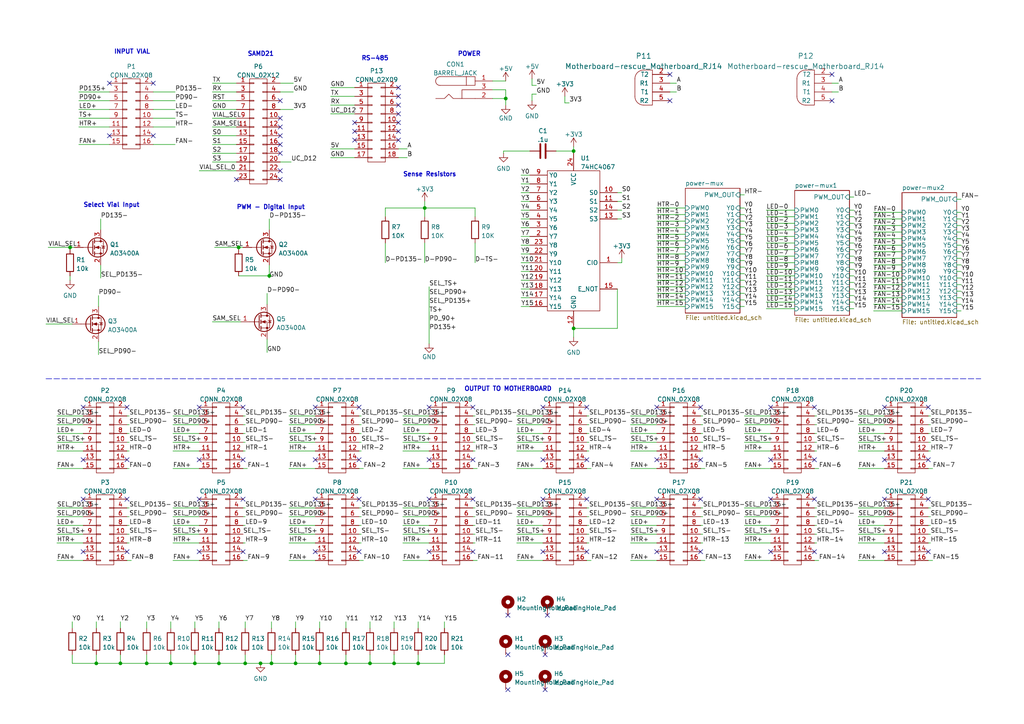
<source format=kicad_sch>
(kicad_sch (version 20211123) (generator eeschema)
  (paper "A4")
  (junction (at 75.565 192.405))
  (junction (at 92.71 192.405))
  (junction (at 71.12 192.405))
  (junction (at 49.53 192.405))
  (junction (at 27.94 192.405))
  (junction (at 78.105 80.01))
  (junction (at 63.5 192.405))
  (junction (at 121.285 192.405))
  (junction (at 34.925 192.405))
  (junction (at 56.515 192.405))
  (junction (at 166.37 43.815))
  (junction (at 85.725 192.405))
  (junction (at 20.32 71.755))
  (junction (at 107.315 192.405))
  (junction (at 123.19 60.325))
  (junction (at 78.74 192.405))
  (junction (at 166.37 95.25))
  (junction (at 100.33 192.405))
  (junction (at 42.545 192.405))
  (junction (at 146.685 28.575))
  (junction (at 114.3 192.405))
  (junction (at -22.86 92.075))
  (junction (at 69.215 71.755))
  (no_connect (at 170.18 160.02))
  (no_connect (at 223.52 133.35))
  (no_connect (at 236.22 133.35))
  (no_connect (at 170.18 144.78))
  (no_connect (at 157.48 160.02))
  (no_connect (at 157.48 144.78))
  (no_connect (at 236.22 118.11))
  (no_connect (at 223.52 118.11))
  (no_connect (at 124.46 144.78))
  (no_connect (at 124.46 160.02))
  (no_connect (at 115.57 40.64))
  (no_connect (at 115.57 38.1))
  (no_connect (at 115.57 35.56))
  (no_connect (at 115.57 33.02))
  (no_connect (at 115.57 30.48))
  (no_connect (at 115.57 27.94))
  (no_connect (at 115.57 25.4))
  (no_connect (at 81.28 29.21))
  (no_connect (at 81.28 44.45))
  (no_connect (at 81.28 41.91))
  (no_connect (at 81.28 39.37))
  (no_connect (at 81.28 36.83))
  (no_connect (at 81.28 34.29))
  (no_connect (at 44.45 24.13))
  (no_connect (at 44.45 39.37))
  (no_connect (at 31.75 24.13))
  (no_connect (at 31.75 39.37))
  (no_connect (at 81.28 52.07))
  (no_connect (at 81.28 49.53))
  (no_connect (at 102.87 35.56))
  (no_connect (at 102.87 38.1))
  (no_connect (at 102.87 40.64))
  (no_connect (at 70.485 133.35))
  (no_connect (at 57.785 118.11))
  (no_connect (at 70.485 118.11))
  (no_connect (at 91.44 118.11))
  (no_connect (at 24.13 118.11))
  (no_connect (at 36.83 118.11))
  (no_connect (at 24.13 133.35))
  (no_connect (at 36.83 133.35))
  (no_connect (at 57.785 133.35))
  (no_connect (at 104.14 118.11))
  (no_connect (at 91.44 133.35))
  (no_connect (at 104.14 133.35))
  (no_connect (at 124.46 133.35))
  (no_connect (at 194.31 21.59))
  (no_connect (at 158.115 200.025))
  (no_connect (at 158.75 178.435))
  (no_connect (at 147.32 178.435))
  (no_connect (at 147.32 189.865))
  (no_connect (at 158.115 189.865))
  (no_connect (at 137.16 144.78))
  (no_connect (at 137.16 160.02))
  (no_connect (at 241.3 21.59))
  (no_connect (at 241.3 29.21))
  (no_connect (at 147.32 200.025))
  (no_connect (at 170.18 133.35))
  (no_connect (at 190.5 118.11))
  (no_connect (at 170.18 118.11))
  (no_connect (at 124.46 118.11))
  (no_connect (at 137.16 118.11))
  (no_connect (at 137.16 133.35))
  (no_connect (at 157.48 118.11))
  (no_connect (at 157.48 133.35))
  (no_connect (at 57.785 144.78))
  (no_connect (at 24.13 144.78))
  (no_connect (at 36.83 144.78))
  (no_connect (at 70.485 144.78))
  (no_connect (at 91.44 144.78))
  (no_connect (at 104.14 144.78))
  (no_connect (at 57.785 160.02))
  (no_connect (at 70.485 160.02))
  (no_connect (at 269.24 133.35))
  (no_connect (at 190.5 133.35))
  (no_connect (at 203.2 133.35))
  (no_connect (at 256.54 133.35))
  (no_connect (at 203.2 118.11))
  (no_connect (at 256.54 118.11))
  (no_connect (at 269.24 118.11))
  (no_connect (at 24.13 160.02))
  (no_connect (at 36.83 160.02))
  (no_connect (at 91.44 160.02))
  (no_connect (at 104.14 160.02))
  (no_connect (at 190.5 144.78))
  (no_connect (at 256.54 144.78))
  (no_connect (at 223.52 144.78))
  (no_connect (at 236.22 160.02))
  (no_connect (at 223.52 160.02))
  (no_connect (at 236.22 144.78))
  (no_connect (at 256.54 160.02))
  (no_connect (at 203.2 144.78))
  (no_connect (at 190.5 160.02))
  (no_connect (at 203.2 160.02))
  (no_connect (at 269.24 144.78))
  (no_connect (at 269.24 160.02))
  (no_connect (at 68.58 52.07))
  (no_connect (at 194.31 29.21))
  (wire (pts (xy 50.165 149.86) (xy 57.785 149.86)))
  (wire (pts (xy 163.83 29.845) (xy 165.1 29.845)))
  (wire (pts (xy 62.23 71.755) (xy 69.215 71.755)))
  (wire (pts (xy -59.69 139.7) (xy -47.625 139.7)))
  (wire (pts (xy 246.38 62.865) (xy 247.65 62.865)))
  (wire (pts (xy 182.88 157.48) (xy 190.5 157.48)))
  (wire (pts (xy 83.82 147.32) (xy 91.44 147.32)))
  (wire (pts (xy 71.12 180.34) (xy 71.12 182.245)))
  (wire (pts (xy 269.24 147.32) (xy 269.875 147.32)))
  (wire (pts (xy 42.545 180.34) (xy 42.545 182.245)))
  (wire (pts (xy 154.305 27.305) (xy 155.575 27.305)))
  (wire (pts (xy 149.86 135.89) (xy 157.48 135.89)))
  (wire (pts (xy 115.57 43.18) (xy 118.11 43.18)))
  (wire (pts (xy 214.63 60.325) (xy 215.9 60.325)))
  (wire (pts (xy 203.2 147.32) (xy 203.835 147.32)))
  (wire (pts (xy 222.25 70.485) (xy 230.505 70.485)))
  (wire (pts (xy 104.14 128.27) (xy 104.775 128.27)))
  (wire (pts (xy -22.86 92.075) (xy -21.59 92.075)))
  (wire (pts (xy 203.2 162.56) (xy 204.47 162.56)))
  (wire (pts (xy 36.83 147.32) (xy 37.465 147.32)))
  (wire (pts (xy 121.285 189.865) (xy 121.285 192.405)))
  (wire (pts (xy 215.9 152.4) (xy 223.52 152.4)))
  (wire (pts (xy 179.07 55.88) (xy 180.34 55.88)))
  (wire (pts (xy 95.885 25.4) (xy 102.87 25.4)))
  (wire (pts (xy 241.3 24.13) (xy 243.205 24.13)))
  (wire (pts (xy 154.305 24.765) (xy 155.575 24.765)))
  (wire (pts (xy 277.495 63.5) (xy 278.765 63.5)))
  (wire (pts (xy 182.88 147.32) (xy 190.5 147.32)))
  (wire (pts (xy 236.22 123.19) (xy 236.855 123.19)))
  (wire (pts (xy 215.9 120.65) (xy 223.52 120.65)))
  (wire (pts (xy 83.82 162.56) (xy 91.44 162.56)))
  (wire (pts (xy 236.22 128.27) (xy 236.855 128.27)))
  (wire (pts (xy 57.785 49.53) (xy 68.58 49.53)))
  (wire (pts (xy 179.07 60.96) (xy 180.34 60.96)))
  (wire (pts (xy 222.25 62.865) (xy 230.505 62.865)))
  (wire (pts (xy 215.9 162.56) (xy 223.52 162.56)))
  (wire (pts (xy 92.71 192.405) (xy 85.725 192.405)))
  (wire (pts (xy 214.63 73.66) (xy 215.9 73.66)))
  (wire (pts (xy 253.365 71.12) (xy 261.62 71.12)))
  (wire (pts (xy 246.38 85.725) (xy 247.65 85.725)))
  (wire (pts (xy 36.83 157.48) (xy 37.465 157.48)))
  (wire (pts (xy 214.63 86.995) (xy 215.9 86.995)))
  (wire (pts (xy 170.18 135.89) (xy 171.45 135.89)))
  (wire (pts (xy 123.19 70.485) (xy 123.19 76.2)))
  (wire (pts (xy 170.18 120.65) (xy 170.815 120.65)))
  (wire (pts (xy 115.57 45.72) (xy 118.11 45.72)))
  (wire (pts (xy 236.22 135.89) (xy 237.49 135.89)))
  (wire (pts (xy 36.83 135.89) (xy 37.465 135.89)))
  (wire (pts (xy 107.315 189.865) (xy 107.315 192.405)))
  (wire (pts (xy 222.25 66.675) (xy 230.505 66.675)))
  (wire (pts (xy 215.9 157.48) (xy 223.52 157.48)))
  (wire (pts (xy 182.88 123.19) (xy 190.5 123.19)))
  (wire (pts (xy 248.92 128.27) (xy 256.54 128.27)))
  (wire (pts (xy 137.16 125.73) (xy 137.795 125.73)))
  (wire (pts (xy 236.22 152.4) (xy 236.855 152.4)))
  (wire (pts (xy 246.38 78.105) (xy 247.65 78.105)))
  (wire (pts (xy 222.25 72.39) (xy 230.505 72.39)))
  (wire (pts (xy 248.92 154.94) (xy 256.54 154.94)))
  (wire (pts (xy 116.84 152.4) (xy 124.46 152.4)))
  (wire (pts (xy 44.45 31.75) (xy 50.8 31.75)))
  (wire (pts (xy 222.25 60.96) (xy 230.505 60.96)))
  (wire (pts (xy 16.51 157.48) (xy 24.13 157.48)))
  (wire (pts (xy 22.86 34.29) (xy 31.75 34.29)))
  (wire (pts (xy 246.38 87.63) (xy 247.65 87.63)))
  (wire (pts (xy 215.9 125.73) (xy 223.52 125.73)))
  (wire (pts (xy 277.495 65.405) (xy 278.765 65.405)))
  (wire (pts (xy 78.105 76.835) (xy 78.105 80.01)))
  (wire (pts (xy 95.885 30.48) (xy 102.87 30.48)))
  (wire (pts (xy 70.485 125.73) (xy 71.12 125.73)))
  (wire (pts (xy 123.19 60.325) (xy 123.19 62.865)))
  (wire (pts (xy 100.33 192.405) (xy 92.71 192.405)))
  (wire (pts (xy 16.51 149.86) (xy 24.13 149.86)))
  (wire (pts (xy 269.24 152.4) (xy 269.875 152.4)))
  (wire (pts (xy 222.25 68.58) (xy 230.505 68.58)))
  (wire (pts (xy 61.595 36.83) (xy 68.58 36.83)))
  (wire (pts (xy 246.38 66.675) (xy 247.65 66.675)))
  (wire (pts (xy 248.92 125.73) (xy 256.54 125.73)))
  (wire (pts (xy 222.25 87.63) (xy 230.505 87.63)))
  (wire (pts (xy 20.955 180.34) (xy 20.955 182.245)))
  (wire (pts (xy 123.19 60.325) (xy 137.795 60.325)))
  (wire (pts (xy 151.13 73.66) (xy 153.67 73.66)))
  (wire (pts (xy 149.86 120.65) (xy 157.48 120.65)))
  (wire (pts (xy 269.24 162.56) (xy 270.51 162.56)))
  (wire (pts (xy 277.495 86.36) (xy 278.765 86.36)))
  (wire (pts (xy 277.495 84.455) (xy 278.765 84.455)))
  (wire (pts (xy 277.495 57.785) (xy 278.765 57.785)))
  (wire (pts (xy 246.38 60.96) (xy 247.65 60.96)))
  (wire (pts (xy 248.92 162.56) (xy 256.54 162.56)))
  (wire (pts (xy 116.84 120.65) (xy 124.46 120.65)))
  (wire (pts (xy 36.83 125.73) (xy 37.465 125.73)))
  (wire (pts (xy 151.13 55.88) (xy 153.67 55.88)))
  (wire (pts (xy 277.495 69.215) (xy 278.765 69.215)))
  (wire (pts (xy 70.485 162.56) (xy 71.755 162.56)))
  (wire (pts (xy 16.51 135.89) (xy 24.13 135.89)))
  (wire (pts (xy 34.925 189.865) (xy 34.925 192.405)))
  (wire (pts (xy 214.63 56.515) (xy 215.9 56.515)))
  (wire (pts (xy 63.5 192.405) (xy 71.12 192.405)))
  (wire (pts (xy 236.22 120.65) (xy 236.855 120.65)))
  (wire (pts (xy 154.305 29.21) (xy 154.305 27.305)))
  (wire (pts (xy 151.13 53.34) (xy 153.67 53.34)))
  (wire (pts (xy 253.365 84.455) (xy 261.62 84.455)))
  (wire (pts (xy 22.86 29.21) (xy 31.75 29.21)))
  (wire (pts (xy 116.84 123.19) (xy 124.46 123.19)))
  (wire (pts (xy 128.905 189.865) (xy 128.905 192.405)))
  (wire (pts (xy 63.5 180.34) (xy 63.5 182.245)))
  (wire (pts (xy 61.595 41.91) (xy 68.58 41.91)))
  (wire (pts (xy 13.97 71.755) (xy 20.32 71.755)))
  (wire (pts (xy 277.495 71.12) (xy 278.765 71.12)))
  (wire (pts (xy 149.86 128.27) (xy 157.48 128.27)))
  (wire (pts (xy 104.14 130.81) (xy 104.775 130.81)))
  (wire (pts (xy 20.955 189.865) (xy 20.955 192.405)))
  (wire (pts (xy 50.165 157.48) (xy 57.785 157.48)))
  (wire (pts (xy 16.51 162.56) (xy 24.13 162.56)))
  (wire (pts (xy 114.3 180.34) (xy 114.3 182.245)))
  (wire (pts (xy 95.885 33.02) (xy 102.87 33.02)))
  (wire (pts (xy 190.5 83.185) (xy 198.755 83.185)))
  (wire (pts (xy 100.33 189.865) (xy 100.33 192.405)))
  (wire (pts (xy -14.605 67.945) (xy -14.605 69.215)))
  (wire (pts (xy 36.83 120.65) (xy 37.465 120.65)))
  (wire (pts (xy 20.32 80.01) (xy 20.32 81.28)))
  (wire (pts (xy 222.25 64.77) (xy 230.505 64.77)))
  (wire (pts (xy 81.28 26.67) (xy 85.09 26.67)))
  (wire (pts (xy 190.5 77.47) (xy 198.755 77.47)))
  (wire (pts (xy 61.595 29.21) (xy 68.58 29.21)))
  (wire (pts (xy 248.92 135.89) (xy 256.54 135.89)))
  (wire (pts (xy 203.2 123.19) (xy 203.835 123.19)))
  (wire (pts (xy 222.25 74.295) (xy 230.505 74.295)))
  (wire (pts (xy 248.92 149.86) (xy 256.54 149.86)))
  (wire (pts (xy 36.83 130.81) (xy 37.465 130.81)))
  (wire (pts (xy 277.495 76.835) (xy 278.765 76.835)))
  (wire (pts (xy 20.955 192.405) (xy 27.94 192.405)))
  (wire (pts (xy 70.485 120.65) (xy 71.12 120.65)))
  (wire (pts (xy 50.165 125.73) (xy 57.785 125.73)))
  (wire (pts (xy 151.13 83.82) (xy 153.67 83.82)))
  (wire (pts (xy -27.305 140.335) (xy -19.05 140.335)))
  (wire (pts (xy 111.76 70.485) (xy 111.76 76.2)))
  (wire (pts (xy 50.165 123.19) (xy 57.785 123.19)))
  (wire (pts (xy 182.88 135.89) (xy 190.5 135.89)))
  (wire (pts (xy 182.88 162.56) (xy 190.5 162.56)))
  (wire (pts (xy 214.63 88.9) (xy 215.9 88.9)))
  (wire (pts (xy 50.165 135.89) (xy 57.785 135.89)))
  (wire (pts (xy 241.3 26.67) (xy 243.205 26.67)))
  (wire (pts (xy 22.86 36.83) (xy 31.75 36.83)))
  (wire (pts (xy 236.22 162.56) (xy 237.49 162.56)))
  (wire (pts (xy 248.92 130.81) (xy 256.54 130.81)))
  (wire (pts (xy 214.63 81.28) (xy 215.9 81.28)))
  (wire (pts (xy 78.74 189.865) (xy 78.74 192.405)))
  (wire (pts (xy 170.18 154.94) (xy 170.815 154.94)))
  (wire (pts (xy 253.365 74.93) (xy 261.62 74.93)))
  (wire (pts (xy 56.515 180.34) (xy 56.515 182.245)))
  (wire (pts (xy 236.22 125.73) (xy 236.855 125.73)))
  (wire (pts (xy -14.605 79.375) (xy -14.605 81.915)))
  (wire (pts (xy -22.86 92.075) (xy -22.86 94.615)))
  (wire (pts (xy 222.25 76.2) (xy 230.505 76.2)))
  (wire (pts (xy 104.14 123.19) (xy 104.775 123.19)))
  (wire (pts (xy 95.885 43.18) (xy 102.87 43.18)))
  (wire (pts (xy 203.2 130.81) (xy 203.835 130.81)))
  (wire (pts (xy 50.165 147.32) (xy 57.785 147.32)))
  (wire (pts (xy 277.495 88.265) (xy 278.765 88.265)))
  (wire (pts (xy 194.31 26.67) (xy 196.215 26.67)))
  (wire (pts (xy 246.38 81.915) (xy 247.65 81.915)))
  (wire (pts (xy 248.92 152.4) (xy 256.54 152.4)))
  (wire (pts (xy 253.365 63.5) (xy 261.62 63.5)))
  (wire (pts (xy 16.51 120.65) (xy 24.13 120.65)))
  (wire (pts (xy 151.13 68.58) (xy 153.67 68.58)))
  (wire (pts (xy 248.92 123.19) (xy 256.54 123.19)))
  (wire (pts (xy 50.165 128.27) (xy 57.785 128.27)))
  (wire (pts (xy -22.86 102.235) (xy -22.86 103.505)))
  (wire (pts (xy 69.215 71.755) (xy 70.485 71.755)))
  (wire (pts (xy 69.215 71.755) (xy 69.215 72.39)))
  (wire (pts (xy 246.38 80.01) (xy 247.65 80.01)))
  (wire (pts (xy 44.45 36.83) (xy 50.8 36.83)))
  (wire (pts (xy 104.14 157.48) (xy 104.775 157.48)))
  (wire (pts (xy 151.13 58.42) (xy 153.67 58.42)))
  (wire (pts (xy 83.82 125.73) (xy 91.44 125.73)))
  (wire (pts (xy 81.28 24.13) (xy 85.09 24.13)))
  (wire (pts (xy -11.43 145.415) (xy -11.43 149.225)))
  (wire (pts (xy 83.82 130.81) (xy 91.44 130.81)))
  (wire (pts (xy 137.16 152.4) (xy 137.795 152.4)))
  (wire (pts (xy 69.215 80.01) (xy 78.105 80.01)))
  (wire (pts (xy 269.24 135.89) (xy 270.51 135.89)))
  (wire (pts (xy 246.38 89.535) (xy 247.65 89.535)))
  (wire (pts (xy 56.515 192.405) (xy 63.5 192.405)))
  (wire (pts (xy 146.685 26.035) (xy 146.685 28.575)))
  (wire (pts (xy 83.82 157.48) (xy 91.44 157.48)))
  (wire (pts (xy 151.13 66.04) (xy 153.67 66.04)))
  (wire (pts (xy 50.165 130.81) (xy 57.785 130.81)))
  (wire (pts (xy 246.38 83.82) (xy 247.65 83.82)))
  (wire (pts (xy 151.13 60.96) (xy 153.67 60.96)))
  (wire (pts (xy 190.5 69.85) (xy 198.755 69.85)))
  (wire (pts (xy 22.86 26.67) (xy 31.75 26.67)))
  (wire (pts (xy 214.63 62.23) (xy 215.9 62.23)))
  (wire (pts (xy 36.83 149.86) (xy 37.465 149.86)))
  (wire (pts (xy 190.5 79.375) (xy 198.755 79.375)))
  (wire (pts (xy 248.92 120.65) (xy 256.54 120.65)))
  (wire (pts (xy -13.97 85.725) (xy -13.97 86.995)))
  (wire (pts (xy 142.875 28.575) (xy 146.685 28.575)))
  (wire (pts (xy 128.905 180.34) (xy 128.905 182.245)))
  (wire (pts (xy 236.22 154.94) (xy 236.855 154.94)))
  (wire (pts (xy 116.84 130.81) (xy 124.46 130.81)))
  (wire (pts (xy 137.16 147.32) (xy 137.795 147.32)))
  (wire (pts (xy 236.22 147.32) (xy 236.855 147.32)))
  (wire (pts (xy 44.45 26.67) (xy 50.8 26.67)))
  (wire (pts (xy 137.16 157.48) (xy 137.795 157.48)))
  (wire (pts (xy 190.5 66.04) (xy 198.755 66.04)))
  (wire (pts (xy 214.63 67.945) (xy 215.9 67.945)))
  (wire (pts (xy 71.12 189.865) (xy 71.12 192.405)))
  (wire (pts (xy 137.16 162.56) (xy 138.43 162.56)))
  (wire (pts (xy 222.25 81.915) (xy 230.505 81.915)))
  (wire (pts (xy 29.21 63.5) (xy 29.21 66.675)))
  (wire (pts (xy 81.28 46.99) (xy 84.455 46.99)))
  (wire (pts (xy 253.365 61.595) (xy 261.62 61.595)))
  (wire (pts (xy 111.76 60.325) (xy 123.19 60.325)))
  (wire (pts (xy 56.515 189.865) (xy 56.515 192.405)))
  (wire (pts (xy 36.83 128.27) (xy 37.465 128.27)))
  (wire (pts (xy 137.795 62.865) (xy 137.795 60.325)))
  (wire (pts (xy 137.16 128.27) (xy 137.795 128.27)))
  (wire (pts (xy 123.19 58.42) (xy 123.19 60.325)))
  (wire (pts (xy 246.38 74.295) (xy 247.65 74.295)))
  (wire (pts (xy 83.82 152.4) (xy 91.44 152.4)))
  (wire (pts (xy 29.21 76.835) (xy 29.21 80.645)))
  (wire (pts (xy 151.13 76.2) (xy 153.67 76.2)))
  (wire (pts (xy 253.365 69.215) (xy 261.62 69.215)))
  (wire (pts (xy -55.88 165.1) (xy -48.26 165.1)))
  (wire (pts (xy 151.13 71.12) (xy 153.67 71.12)))
  (wire (pts (xy 107.315 192.405) (xy 100.33 192.405)))
  (wire (pts (xy 50.165 152.4) (xy 57.785 152.4)))
  (wire (pts (xy 149.86 125.73) (xy 157.48 125.73)))
  (wire (pts (xy 16.51 130.81) (xy 24.13 130.81)))
  (wire (pts (xy 149.86 162.56) (xy 157.48 162.56)))
  (wire (pts (xy 214.63 83.185) (xy 215.9 83.185)))
  (wire (pts (xy 20.32 71.755) (xy 21.59 71.755)))
  (wire (pts (xy 203.2 128.27) (xy 203.835 128.27)))
  (wire (pts (xy 111.76 62.865) (xy 111.76 60.325)))
  (wire (pts (xy 151.13 50.8) (xy 153.67 50.8)))
  (wire (pts (xy 222.25 83.82) (xy 230.505 83.82)))
  (wire (pts (xy 170.18 152.4) (xy 170.815 152.4)))
  (wire (pts (xy 222.25 85.725) (xy 230.505 85.725)))
  (wire (pts (xy 170.18 123.19) (xy 170.815 123.19)))
  (wire (pts (xy 142.875 23.495) (xy 146.685 23.495)))
  (wire (pts (xy 116.84 147.32) (xy 124.46 147.32)))
  (wire (pts (xy 116.84 157.48) (xy 124.46 157.48)))
  (wire (pts (xy 36.83 152.4) (xy 37.465 152.4)))
  (wire (pts (xy 190.5 67.945) (xy 198.755 67.945)))
  (wire (pts (xy 116.84 135.89) (xy 124.46 135.89)))
  (wire (pts (xy 85.725 192.405) (xy 78.74 192.405)))
  (wire (pts (xy 116.84 154.94) (xy 124.46 154.94)))
  (wire (pts (xy 170.18 157.48) (xy 170.815 157.48)))
  (wire (pts (xy -33.655 92.075) (xy -22.86 92.075)))
  (wire (pts (xy 203.2 149.86) (xy 203.835 149.86)))
  (wire (pts (xy 70.485 147.32) (xy 71.12 147.32)))
  (wire (pts (xy -40.64 156.845) (xy -40.64 160.02)))
  (polyline (pts (xy 13.335 109.855) (xy 284.48 109.855)))
  (wire (pts (xy 83.82 128.27) (xy 91.44 128.27)))
  (wire (pts (xy 253.365 67.31) (xy 261.62 67.31)))
  (wire (pts (xy 71.12 192.405) (xy 75.565 192.405)))
  (wire (pts (xy 203.2 154.94) (xy 203.835 154.94)))
  (wire (pts (xy 253.365 78.74) (xy 261.62 78.74)))
  (wire (pts (xy 121.285 180.34) (xy 121.285 182.245)))
  (wire (pts (xy 149.86 157.48) (xy 157.48 157.48)))
  (wire (pts (xy 149.86 130.81) (xy 157.48 130.81)))
  (wire (pts (xy 137.16 154.94) (xy 137.795 154.94)))
  (wire (pts (xy 182.88 130.81) (xy 190.5 130.81)))
  (wire (pts (xy 121.285 192.405) (xy 114.3 192.405)))
  (wire (pts (xy 61.595 39.37) (xy 68.58 39.37)))
  (wire (pts (xy 182.88 128.27) (xy 190.5 128.27)))
  (wire (pts (xy 277.495 67.31) (xy 278.765 67.31)))
  (wire (pts (xy 277.495 90.17) (xy 278.765 90.17)))
  (wire (pts (xy 190.5 62.23) (xy 198.755 62.23)))
  (wire (pts (xy 83.82 154.94) (xy 91.44 154.94)))
  (wire (pts (xy 34.925 180.34) (xy 34.925 182.245)))
  (wire (pts (xy 153.67 43.815) (xy 146.05 43.815)))
  (wire (pts (xy -13.97 97.155) (xy -13.97 99.695)))
  (wire (pts (xy 246.38 72.39) (xy 247.65 72.39)))
  (wire (pts (xy 269.24 125.73) (xy 269.875 125.73)))
  (wire (pts (xy 70.485 128.27) (xy 71.12 128.27)))
  (wire (pts (xy 253.365 90.17) (xy 261.62 90.17)))
  (wire (pts (xy 49.53 180.34) (xy 49.53 182.245)))
  (wire (pts (xy 100.33 180.34) (xy 100.33 182.245)))
  (wire (pts (xy 27.94 192.405) (xy 34.925 192.405)))
  (wire (pts (xy 190.5 81.28) (xy 198.755 81.28)))
  (wire (pts (xy 214.63 85.09) (xy 215.9 85.09)))
  (wire (pts (xy 190.5 86.995) (xy 198.755 86.995)))
  (wire (pts (xy 20.32 71.755) (xy 20.32 72.39)))
  (wire (pts (xy 78.105 80.01) (xy 78.105 80.645)))
  (wire (pts (xy 170.18 147.32) (xy 170.815 147.32)))
  (wire (pts (xy -40.005 133.35) (xy -40.005 134.62)))
  (wire (pts (xy 63.5 189.865) (xy 63.5 192.405)))
  (wire (pts (xy 253.365 82.55) (xy 261.62 82.55)))
  (wire (pts (xy 190.5 88.9) (xy 198.755 88.9)))
  (wire (pts (xy 190.5 60.325) (xy 198.755 60.325)))
  (wire (pts (xy 179.07 58.42) (xy 180.34 58.42)))
  (wire (pts (xy 170.18 128.27) (xy 170.815 128.27)))
  (wire (pts (xy 190.5 85.09) (xy 198.755 85.09)))
  (wire (pts (xy 70.485 123.19) (xy 71.12 123.19)))
  (wire (pts (xy 253.365 88.265) (xy 261.62 88.265)))
  (wire (pts (xy 215.9 154.94) (xy 223.52 154.94)))
  (wire (pts (xy 104.14 154.94) (xy 104.775 154.94)))
  (wire (pts (xy 61.595 44.45) (xy 68.58 44.45)))
  (wire (pts (xy 36.83 123.19) (xy 37.465 123.19)))
  (wire (pts (xy 104.14 152.4) (xy 104.775 152.4)))
  (wire (pts (xy 149.86 149.86) (xy 157.48 149.86)))
  (wire (pts (xy 190.5 73.66) (xy 198.755 73.66)))
  (wire (pts (xy 277.495 78.74) (xy 278.765 78.74)))
  (wire (pts (xy 44.45 29.21) (xy 50.8 29.21)))
  (wire (pts (xy 214.63 71.755) (xy 215.9 71.755)))
  (wire (pts (xy 277.495 73.025) (xy 278.765 73.025)))
  (wire (pts (xy 253.365 80.645) (xy 261.62 80.645)))
  (wire (pts (xy 203.2 125.73) (xy 203.835 125.73)))
  (wire (pts (xy 170.18 162.56) (xy 171.45 162.56)))
  (wire (pts (xy 137.795 70.485) (xy 137.795 76.2)))
  (wire (pts (xy 149.86 147.32) (xy 157.48 147.32)))
  (wire (pts (xy 215.9 128.27) (xy 223.52 128.27)))
  (wire (pts (xy 137.16 130.81) (xy 137.795 130.81)))
  (wire (pts (xy 214.63 77.47) (xy 215.9 77.47)))
  (wire (pts (xy 36.83 162.56) (xy 38.1 162.56)))
  (wire (pts (xy 146.685 28.575) (xy 146.685 30.48)))
  (wire (pts (xy 124.46 83.185) (xy 124.46 99.695)))
  (wire (pts (xy 116.84 125.73) (xy 124.46 125.73)))
  (wire (pts (xy 44.45 34.29) (xy 50.8 34.29)))
  (wire (pts (xy 137.16 135.89) (xy 138.43 135.89)))
  (wire (pts (xy 214.63 79.375) (xy 215.9 79.375)))
  (wire (pts (xy 137.16 149.86) (xy 137.795 149.86)))
  (wire (pts (xy 269.24 128.27) (xy 269.875 128.27)))
  (wire (pts (xy 28.575 99.06) (xy 28.575 102.87)))
  (wire (pts (xy 85.725 180.34) (xy 85.725 182.245)))
  (wire (pts (xy 36.83 154.94) (xy 37.465 154.94)))
  (wire (pts (xy 161.29 43.815) (xy 166.37 43.815)))
  (wire (pts (xy 50.165 162.56) (xy 57.785 162.56)))
  (wire (pts (xy 70.485 149.86) (xy 71.12 149.86)))
  (wire (pts (xy 190.5 71.755) (xy 198.755 71.755)))
  (wire (pts (xy 203.2 135.89) (xy 204.47 135.89)))
  (wire (pts (xy 104.14 149.86) (xy 104.775 149.86)))
  (wire (pts (xy 92.71 180.34) (xy 92.71 182.245)))
  (wire (pts (xy 42.545 189.865) (xy 42.545 192.405)))
  (wire (pts (xy 215.9 147.32) (xy 223.52 147.32)))
  (wire (pts (xy 253.365 73.025) (xy 261.62 73.025)))
  (wire (pts (xy 49.53 189.865) (xy 49.53 192.405)))
  (wire (pts (xy 116.84 162.56) (xy 124.46 162.56)))
  (wire (pts (xy 146.05 43.815) (xy 146.05 44.45)))
  (wire (pts (xy 16.51 128.27) (xy 24.13 128.27)))
  (wire (pts (xy 137.16 123.19) (xy 137.795 123.19)))
  (wire (pts (xy 34.925 192.405) (xy 42.545 192.405)))
  (wire (pts (xy 170.18 130.81) (xy 170.815 130.81)))
  (wire (pts (xy 180.34 74.93) (xy 180.34 76.2)))
  (wire (pts (xy 78.74 180.34) (xy 78.74 182.245)))
  (wire (pts (xy 151.13 78.74) (xy 153.67 78.74)))
  (wire (pts (xy 70.485 135.89) (xy 71.755 135.89)))
  (wire (pts (xy 116.84 128.27) (xy 124.46 128.27)))
  (wire (pts (xy 114.3 189.865) (xy 114.3 192.405)))
  (wire (pts (xy 222.25 89.535) (xy 230.505 89.535)))
  (wire (pts (xy 170.18 149.86) (xy 170.815 149.86)))
  (wire (pts (xy 179.07 63.5) (xy 180.34 63.5)))
  (wire (pts (xy 170.18 125.73) (xy 170.815 125.73)))
  (wire (pts (xy 222.25 80.01) (xy 230.505 80.01)))
  (wire (pts (xy 166.37 95.25) (xy 166.37 97.79)))
  (wire (pts (xy 277.495 61.595) (xy 278.765 61.595)))
  (wire (pts (xy 16.51 125.73) (xy 24.13 125.73)))
  (wire (pts (xy 137.16 120.65) (xy 137.795 120.65)))
  (wire (pts (xy 179.07 95.25) (xy 166.37 95.25)))
  (wire (pts (xy 83.82 123.19) (xy 91.44 123.19)))
  (wire (pts (xy 246.38 68.58) (xy 247.65 68.58)))
  (wire (pts (xy 214.63 66.04) (xy 215.9 66.04)))
  (wire (pts (xy 95.885 27.94) (xy 102.87 27.94)))
  (wire (pts (xy 104.14 147.32) (xy 104.775 147.32)))
  (wire (pts (xy 269.24 120.65) (xy 269.875 120.65)))
  (wire (pts (xy 28.575 85.725) (xy 28.575 88.9)))
  (wire (pts (xy -40.005 144.78) (xy -40.005 147.32)))
  (wire (pts (xy 61.595 31.75) (xy 68.58 31.75)))
  (wire (pts (xy 16.51 152.4) (xy 24.13 152.4)))
  (wire (pts (xy 61.595 26.67) (xy 68.58 26.67)))
  (wire (pts (xy 215.9 130.81) (xy 223.52 130.81)))
  (wire (pts (xy 277.495 74.93) (xy 278.765 74.93)))
  (wire (pts (xy 92.71 189.865) (xy 92.71 192.405)))
  (wire (pts (xy 277.495 82.55) (xy 278.765 82.55)))
  (wire (pts (xy 83.82 149.86) (xy 91.44 149.86)))
  (wire (pts (xy 151.13 86.36) (xy 153.67 86.36)))
  (wire (pts (xy 116.84 149.86) (xy 124.46 149.86)))
  (wire (pts (xy 107.315 180.34) (xy 107.315 182.245)))
  (wire (pts (xy 151.13 88.9) (xy 153.67 88.9)))
  (wire (pts (xy 13.335 93.98) (xy 20.955 93.98)))
  (wire (pts (xy 269.24 123.19) (xy 269.875 123.19)))
  (wire (pts (xy 182.88 149.86) (xy 190.5 149.86)))
  (wire (pts (xy 70.485 157.48) (xy 71.12 157.48)))
  (wire (pts (xy 114.3 192.405) (xy 107.315 192.405)))
  (wire (pts (xy 203.2 120.65) (xy 203.835 120.65)))
  (wire (pts (xy 104.14 125.73) (xy 104.775 125.73)))
  (wire (pts (xy 16.51 123.19) (xy 24.13 123.19)))
  (wire (pts (xy 246.38 70.485) (xy 247.65 70.485)))
  (wire (pts (xy -40.64 170.18) (xy -40.64 173.99)))
  (wire (pts (xy 142.875 26.035) (xy 146.685 26.035)))
  (wire (pts (xy 16.51 147.32) (xy 24.13 147.32)))
  (wire (pts (xy 246.38 76.2) (xy 247.65 76.2)))
  (wire (pts (xy 44.45 41.91) (xy 50.8 41.91)))
  (wire (pts (xy 61.595 34.29) (xy 68.58 34.29)))
  (wire (pts (xy 104.14 135.89) (xy 105.41 135.89)))
  (wire (pts (xy 214.63 64.135) (xy 215.9 64.135)))
  (wire (pts (xy 236.22 130.81) (xy 236.855 130.81)))
  (wire (pts (xy 166.37 42.545) (xy 166.37 43.815)))
  (wire (pts (xy 248.92 157.48) (xy 256.54 157.48)))
  (wire (pts (xy 182.88 120.65) (xy 190.5 120.65)))
  (wire (pts (xy 194.31 24.13) (xy 196.215 24.13)))
  (wire (pts (xy 50.165 154.94) (xy 57.785 154.94)))
  (wire (pts (xy 149.86 152.4) (xy 157.48 152.4)))
  (wire (pts (xy 128.905 192.405) (xy 121.285 192.405)))
  (wire (pts (xy 203.2 157.48) (xy 203.835 157.48)))
  (wire (pts (xy 253.365 86.36) (xy 261.62 86.36)))
  (wire (pts (xy 203.2 152.4) (xy 203.835 152.4)))
  (wire (pts (xy 81.28 31.75) (xy 85.09 31.75)))
  (wire (pts (xy 83.82 120.65) (xy 91.44 120.65)))
  (wire (pts (xy -11.43 132.08) (xy -11.43 135.255)))
  (wire (pts (xy 22.86 31.75) (xy 31.75 31.75)))
  (wire (pts (xy 70.485 152.4) (xy 71.12 152.4)))
  (wire (pts (xy 248.92 147.32) (xy 256.54 147.32)))
  (wire (pts (xy 151.13 81.28) (xy 153.67 81.28)))
  (wire (pts (xy 149.86 154.94) (xy 157.48 154.94)))
  (wire (pts (xy 179.07 83.82) (xy 179.07 95.25)))
  (wire (pts (xy -34.29 74.295) (xy -22.225 74.295)))
  (wire (pts (xy 190.5 75.565) (xy 198.755 75.565)))
  (wire (pts (xy 77.47 85.09) (xy 77.47 88.265)))
  (wire (pts (xy 180.34 76.2) (xy 179.07 76.2)))
  (wire (pts (xy 27.94 189.865) (xy 27.94 192.405)))
  (wire (pts (xy 236.22 149.86) (xy 236.855 149.86)))
  (wire (pts (xy 246.38 64.77) (xy 247.65 64.77)))
  (wire (pts (xy 22.86 41.91) (xy 31.75 41.91)))
  (wire (pts (xy 269.24 154.94) (xy 269.875 154.94)))
  (wire (pts (xy 182.88 125.73) (xy 190.5 125.73)))
  (wire (pts (xy 61.595 93.345) (xy 69.85 93.345)))
  (wire (pts (xy 190.5 64.135) (xy 198.755 64.135)))
  (wire (pts (xy 61.595 46.99) (xy 68.58 46.99)))
  (wire (pts (xy 61.595 24.13) (xy 68.58 24.13)))
  (wire (pts (xy 269.24 157.48) (xy 269.875 157.48)))
  (wire (pts (xy 269.24 130.81) (xy 269.875 130.81)))
  (wire (pts (xy 222.25 78.105) (xy 230.505 78.105)))
  (wire (pts (xy 253.365 65.405) (xy 261.62 65.405)))
  (wire (pts (xy 163.83 27.94) (xy 163.83 29.845)))
  (wire (pts (xy 154.305 22.86) (xy 154.305 24.765)))
  (wire (pts (xy 78.105 63.5) (xy 78.105 66.675)))
  (wire (pts (xy 166.37 43.815) (xy 166.37 44.45)))
  (wire (pts (xy 277.495 80.645) (xy 278.765 80.645)))
  (wire (pts (xy 182.88 152.4) (xy 190.5 152.4)))
  (wire (pts (xy 16.51 154.94) (xy 24.13 154.94)))
  (wire (pts (xy 246.38 57.15) (xy 247.65 57.15)))
  (wire (pts (xy 49.53 192.405) (xy 56.515 192.405)))
  (wire (pts (xy 42.545 192.405) (xy 49.53 192.405)))
  (wire (pts (xy 77.47 98.425) (xy 77.47 102.235)))
  (wire (pts (xy 269.24 149.86) (xy 269.875 149.86)))
  (wire (pts (xy 215.9 135.89) (xy 223.52 135.89)))
  (wire (pts (xy 85.725 189.865) (xy 85.725 192.405)))
  (wire (pts (xy 95.885 45.72) (xy 102.87 45.72)))
  (wire (pts (xy 27.94 180.34) (xy 27.94 182.245)))
  (wire (pts (xy 151.13 63.5) (xy 153.67 63.5)))
  (wire (pts (xy 253.365 76.835) (xy 261.62 76.835)))
  (wire (pts (xy 215.9 123.19) (xy 223.52 123.19)))
  (wire (pts (xy 83.82 135.89) (xy 91.44 135.89)))
  (wire (pts (xy 214.63 75.565) (xy 215.9 75.565)))
  (wire (pts (xy 215.9 149.86) (xy 223.52 149.86)))
  (wire (pts (xy 104.14 162.56) (xy 105.41 162.56)))
  (wire (pts (xy 50.165 120.65) (xy 57.785 120.65)))
  (wire (pts (xy 149.86 123.19) (xy 157.48 123.19)))
  (wire (pts (xy 78.74 192.405) (xy 75.565 192.405)))
  (wire (pts (xy 214.63 69.85) (xy 215.9 69.85)))
  (wire (pts (xy 236.22 157.48) (xy 236.855 157.48)))
  (wire (pts (xy 182.88 154.94) (xy 190.5 154.94)))
  (wire (pts (xy 104.14 120.65) (xy 104.775 120.65)))
  (wire (pts (xy 70.485 130.81) (xy 71.12 130.81)))
  (text "RS-485" (at 104.775 17.78 0) (effects (font (size 1.27 1.27) bold) (justify left bottom)))
  (text "Sense Resistors" (at 116.84 51.435 0) (effects (font (size 1.27 1.27) bold) (justify left bottom)))
  (text "INPUT VIAL" (at 33.02 15.875 0) (effects (font (size 1.27 1.27) (thickness 0.254) bold) (justify left bottom)))
  (text "OUTPUT TO MOTHERBOARD" (at 134.62 113.665 0) (effects (font (size 1.27 1.27) bold) (justify left bottom)))
  (text "Select Vial Input" (at 24.13 60.325 0) (effects (font (size 1.27 1.27) bold) (justify left bottom)))
  (text "POWER" (at 132.715 16.51 0) (effects (font (size 1.27 1.27) bold) (justify left bottom)))
  (text "SAMD21" (at 71.755 16.51 0) (effects (font (size 1.27 1.27) bold) (justify left bottom)))
  (text "PWM - Digital Input" (at 68.58 60.96 0) (effects (font (size 1.27 1.27) bold) (justify left bottom)))
  (label "HTR-10" (at 190.5 79.375 0))
  (label "TX" (at 95.885 27.94 0))
  (label "Y1" (at 278.765 63.5 0))
  (label "FAN-10" (at 105.41 162.56 0))
  (label "SEL_TS+" (at 83.82 128.27 0))
  (label "Y4" (at 278.765 69.215 0))
  (label "TS+" (at 22.86 34.29 0))
  (label "Y9" (at 85.725 180.34 0))
  (label "SEL_PD135-" (at 29.21 80.645 0))
  (label "SEL_TS-" (at 137.795 154.94 0))
  (label "Y12" (at 107.315 180.34 0))
  (label "RX" (at 61.595 26.67 0))
  (label "SEL_PD90-" (at 236.855 149.86 0))
  (label "FAN-13" (at 204.47 162.56 0))
  (label "LED-9" (at 71.12 152.4 0))
  (label "Y0" (at 278.765 61.595 0))
  (label "GND" (at 95.885 25.4 0))
  (label "SEL_PD90+" (at 149.86 149.86 0))
  (label "LED+" (at 182.88 152.4 0))
  (label "HTR+" (at 248.92 157.48 0))
  (label "SEL_TS+" (at 50.165 154.94 0))
  (label "LED-9" (at 222.25 78.105 0))
  (label "SAM_SEL" (at 62.23 71.755 0))
  (label "SEL_TS+" (at 16.51 154.94 0))
  (label "HTR-13" (at 203.835 157.48 0))
  (label "SEL_PD135-" (at -14.605 81.915 0))
  (label "SEL_PD135-" (at 236.855 147.32 0))
  (label "Y11" (at 247.65 81.915 0))
  (label "SEL_PD135+" (at 215.9 147.32 0))
  (label "HTR+" (at 116.84 157.48 0))
  (label "HTR+" (at 182.88 130.81 0))
  (label "Y0" (at 247.65 60.96 0))
  (label "FAN-14" (at 253.365 88.265 0))
  (label "S0" (at 61.595 39.37 0))
  (label "PD135-" (at 29.21 63.5 0))
  (label "Y0" (at 151.13 50.8 0))
  (label "FAN+" (at 116.84 135.89 0))
  (label "Y14" (at 151.13 86.36 0))
  (label "Y1" (at 151.13 53.34 0))
  (label "Y7" (at 247.65 74.295 0))
  (label "LED-7" (at 222.25 74.295 0))
  (label "GND" (at 95.885 45.72 0))
  (label "LED-10" (at 104.775 152.4 0))
  (label "LED+" (at 215.9 152.4 0))
  (label "D-TS-" (at -11.43 132.08 0))
  (label "FAN+" (at 182.88 162.56 0))
  (label "SEL_TS+" (at 149.86 128.27 0))
  (label "SEL_PD135-" (at 203.835 120.65 0))
  (label "SEL_PD135-" (at 236.855 120.65 0))
  (label "SEL_PD135-" (at 71.12 120.65 0))
  (label "VIAL_SEL_0" (at -33.655 92.075 0))
  (label "Y14" (at 215.9 86.995 0))
  (label "PD135-" (at 50.8 26.67 0))
  (label "Y13" (at 114.3 180.34 0))
  (label "FAN+" (at 22.86 41.91 0))
  (label "FAN-7" (at 270.51 135.89 0))
  (label "HTR-4" (at 190.5 67.945 0))
  (label "Y8" (at 278.765 76.835 0))
  (label "FAN-3" (at 253.365 67.31 0))
  (label "FAN+" (at 16.51 162.56 0))
  (label "SEL_PD135-" (at 137.795 147.32 0))
  (label "HTR-4" (at 170.815 130.81 0))
  (label "Y10" (at 151.13 76.2 0))
  (label "Y5" (at 151.13 63.5 0))
  (label "LED-14" (at 236.855 152.4 0))
  (label "Y3" (at 42.545 180.34 0))
  (label "HTR+" (at 182.88 157.48 0))
  (label "3V3" (at 165.1 29.845 0))
  (label "SEL_TS-" (at 104.775 154.94 0))
  (label "SEL_TS-" (at 203.835 128.27 0))
  (label "SEL_PD90-" (at 269.875 123.19 0))
  (label "SEL_PD90-" (at 236.855 123.19 0))
  (label "PD135+" (at 22.86 26.67 0))
  (label "SEL_TS-" (at 70.485 154.94 0))
  (label "Y8" (at 78.74 180.34 0))
  (label "LED-13" (at 203.835 152.4 0))
  (label "FAN-13" (at 253.365 86.36 0))
  (label "SEL_PD135-" (at 137.795 120.65 0))
  (label "SEL_PD90-" (at 37.465 149.86 0))
  (label "Y10" (at 215.9 79.375 0))
  (label "SEL_TS+" (at 182.88 154.94 0))
  (label "B" (at 118.11 45.72 0))
  (label "D-PD135-" (at 111.76 76.2 0))
  (label "SEL_PD135+" (at 50.165 147.32 0))
  (label "Y8" (at 215.9 75.565 0))
  (label "LED-11" (at 222.25 81.915 0))
  (label "FAN-2" (at 253.365 65.405 0))
  (label "SEL_PD90-" (at 203.835 149.86 0))
  (label "LED-8" (at 222.25 76.2 0))
  (label "SEL_PD90+" (at 215.9 149.86 0))
  (label "HTR-9" (at 71.12 157.48 0))
  (label "SEL_TS-" (at 269.875 128.27 0))
  (label "Y10" (at 278.765 80.645 0))
  (label "Y1" (at 27.94 180.34 0))
  (label "Y1" (at 215.9 62.23 0))
  (label "LED-1" (at 71.12 125.73 0))
  (label "HTR-9" (at 190.5 77.47 0))
  (label "Y13" (at 247.65 85.725 0))
  (label "FAN-6" (at 237.49 135.89 0))
  (label "SEL_PD90-" (at 104.775 149.86 0))
  (label "FAN-3" (at 138.43 135.89 0))
  (label "SEL_PD135-" (at 269.875 147.32 0))
  (label "FAN-" (at 278.765 57.785 0))
  (label "SEL_PD90+" (at 182.88 149.86 0))
  (label "FAN-" (at 50.8 41.91 0))
  (label "SEL_PD90+" (at 83.82 149.86 0))
  (label "FAN+" (at 83.82 135.89 0))
  (label "FAN-14" (at 237.49 162.56 0))
  (label "Y10" (at 92.71 180.34 0))
  (label "SEL_TS-" (at -40.005 147.32 0))
  (label "SEL_TS+" (at 50.165 128.27 0))
  (label "Y2" (at 151.13 55.88 0))
  (label "SEL_PD90-" (at 71.12 149.86 0))
  (label "HTR-3" (at 137.795 130.81 0))
  (label "LED+" (at 50.165 152.4 0))
  (label "FAN+" (at 248.92 135.89 0))
  (label "LED-3" (at 222.25 66.675 0))
  (label "LED-13" (at 222.25 85.725 0))
  (label "Y8" (at 247.65 76.2 0))
  (label "Y12" (at 278.765 84.455 0))
  (label "Y2" (at 34.925 180.34 0))
  (label "HTR-7" (at 269.875 130.81 0))
  (label "FAN+" (at 149.86 162.56 0))
  (label "B" (at 196.215 26.67 0))
  (label "FAN-5" (at 253.365 71.12 0))
  (label "LED+" (at 248.92 125.73 0))
  (label "SAM_SEL" (at 61.595 36.83 0))
  (label "SEL_PD135-" (at 170.815 147.32 0))
  (label "Y11" (at 278.765 82.55 0))
  (label "LED-14" (at 222.25 87.63 0))
  (label "SEL_TS-" (at 137.795 128.27 0))
  (label "RX" (at 95.885 30.48 0))
  (label "Y3" (at 151.13 58.42 0))
  (label "HTR-0" (at 37.465 130.81 0))
  (label "FAN-10" (at 253.365 80.645 0))
  (label "FAN-7" (at 253.365 74.93 0))
  (label "HTR-5" (at 203.835 130.81 0))
  (label "Y0" (at 215.9 60.325 0))
  (label "S1" (at 61.595 41.91 0))
  (label "SEL_PD135+" (at 149.86 147.32 0))
  (label "Y6" (at 151.13 66.04 0))
  (label "SEL_PD135-" (at 37.465 147.32 0))
  (label "LED+" (at 248.92 152.4 0))
  (label "SEL_PD90+" (at 50.165 149.86 0))
  (label "SEL_PD135+" (at 124.46 88.265 0))
  (label "SEL_PD135+" (at 50.165 120.65 0))
  (label "Y14" (at 278.765 88.265 0))
  (label "LED+" (at 116.84 152.4 0))
  (label "HTR+" (at 16.51 130.81 0))
  (label "HTR+" (at 215.9 130.81 0))
  (label "SEL_PD135+" (at 182.88 147.32 0))
  (label "FAN+" (at 83.82 162.56 0))
  (label "SEL_PD90+" (at 116.84 123.19 0))
  (label "LED-4" (at 170.815 125.73 0))
  (label "LED+" (at 149.86 125.73 0))
  (label "S3" (at 61.595 46.99 0))
  (label "S2" (at 61.595 44.45 0))
  (label "LED-0" (at 37.465 125.73 0))
  (label "FAN-9" (at 253.365 78.74 0))
  (label "SEL_TS+" (at 248.92 128.27 0))
  (label "SEL_TS+" (at 248.92 154.94 0))
  (label "SEL_PD135+" (at 116.84 147.32 0))
  (label "UC_D12" (at 95.885 33.02 0))
  (label "HTR-8" (at 37.465 157.48 0))
  (label "Y5" (at 56.515 180.34 0))
  (label "SEL_PD135-" (at 104.775 120.65 0))
  (label "LED+" (at 83.82 125.73 0))
  (label "HTR+" (at 149.86 157.48 0))
  (label "A" (at 196.215 24.13 0))
  (label "VIAL_SEL" (at 13.97 71.755 0))
  (label "Y4" (at 49.53 180.34 0))
  (label "Y15" (at 278.765 90.17 0))
  (label "SEL_PD90-" (at 170.815 149.86 0))
  (label "HTR-8" (at 190.5 75.565 0))
  (label "LED+" (at 83.82 152.4 0))
  (label "HTR-1" (at 190.5 62.23 0))
  (label "PD_90+" (at 124.46 93.345 0))
  (label "Y9" (at 151.13 73.66 0))
  (label "SEL_PD90-" (at 104.775 123.19 0))
  (label "Y6" (at 278.765 73.025 0))
  (label "SEL_PD90+" (at 248.92 149.86 0))
  (label "FAN-6" (at 253.365 73.025 0))
  (label "Y13" (at 215.9 85.09 0))
  (label "HTR+" (at 116.84 130.81 0))
  (label "SEL_TS-" (at -40.64 173.99 0))
  (label "HTR+" (at 16.51 157.48 0))
  (label "HTR-2" (at 104.775 130.81 0))
  (label "SEL_PD135+" (at 149.86 120.65 0))
  (label "Y13" (at 278.765 86.36 0))
  (label "SEL_PD90-" (at 28.575 102.87 0))
  (label "HTR-12" (at 170.815 157.48 0))
  (label "FAN-4" (at 171.45 135.89 0))
  (label "SEL_PD90-" (at 170.815 123.19 0))
  (label "LED+" (at 22.86 31.75 0))
  (label "Y5" (at 278.765 71.12 0))
  (label "SEL_PD135-" (at 269.875 120.65 0))
  (label "SEL_TS-" (at 170.815 154.94 0))
  (label "A" (at 118.11 43.18 0))
  (label "LED-11" (at 137.795 152.4 0))
  (label "HTR+" (at 83.82 157.48 0))
  (label "PD90-" (at 28.575 85.725 0))
  (label "Y12" (at 151.13 81.28 0))
  (label "SEL_PD90-" (at 203.835 123.19 0))
  (label "LED-5" (at 203.835 125.73 0))
  (label "Y6" (at 247.65 72.39 0))
  (label "S1" (at 180.34 58.42 0))
  (label "FAN-8" (at 38.1 162.56 0))
  (label "RST" (at 61.595 29.21 0))
  (label "SEL_PD90+" (at 50.165 123.19 0))
  (label "SEL_PD90+" (at 182.88 123.19 0))
  (label "LED-4" (at 222.25 68.58 0))
  (label "FAN+" (at 50.165 162.56 0))
  (label "FAN-15" (at 253.365 90.17 0))
  (label "Y7" (at 151.13 68.58 0))
  (label "TX" (at 61.595 24.13 0))
  (label "SEL_TS+" (at 182.88 128.27 0))
  (label "Y9" (at 278.765 78.74 0))
  (label "SEL_TS-" (at 269.875 154.94 0))
  (label "GND" (at 78.105 80.645 0))
  (label "SAM_SEL" (at -27.305 140.335 0))
  (label "Y7" (at 278.765 74.93 0))
  (label "LED+" (at 16.51 152.4 0))
  (label "5V" (at 155.575 24.765 0))
  (label "FAN-11" (at 138.43 162.56 0))
  (label "LED-10" (at 222.25 80.01 0))
  (label "SEL_TS+" (at 16.51 128.27 0))
  (label "SEL_PD135-" (at 170.815 120.65 0))
  (label "FAN+" (at 248.92 162.56 0))
  (label "LED-3" (at 137.795 125.73 0))
  (label "HTR-11" (at 190.5 81.28 0))
  (label "LED-2" (at 104.775 125.73 0))
  (label "D-PD90-" (at 77.47 85.09 0))
  (label "HTR-15" (at 269.875 157.48 0))
  (label "LED+" (at 16.51 125.73 0))
  (label "SEL_TS+" (at 149.86 154.94 0))
  (label "GND" (at 61.595 31.75 0))
  (label "Y8" (at 151.13 71.12 0))
  (label "PD135+" (at 124.46 95.885 0))
  (label "HTR-15" (at 190.5 88.9 0))
  (label "SEL_PD135+" (at 16.51 120.65 0))
  (label "SEL_PD135+" (at 248.92 147.32 0))
  (label "VIAL_SEL_0" (at -59.69 139.7 0))
  (label "SEL_PD135+" (at 83.82 120.65 0))
  (label "Y7" (at 71.12 180.34 0))
  (label "Y4" (at 247.65 68.58 0))
  (label "SEL_PD135+" (at 248.92 120.65 0))
  (label "HTR-5" (at 190.5 69.85 0))
  (label "SEL_PD90+" (at 124.46 85.725 0))
  (label "LED-12" (at 170.815 152.4 0))
  (label "TS+" (at 124.46 90.805 0))
  (label "FAN+" (at 50.165 135.89 0))
  (label "FAN+" (at 116.84 162.56 0))
  (label "Y1" (at 247.65 62.865 0))
  (label "LED-15" (at 269.875 152.4 0))
  (label "HTR-" (at 50.8 36.83 0))
  (label "SEL_TS+" (at 215.9 154.94 0))
  (label "SEL_PD135-" (at 203.835 147.32 0))
  (label "LED-15" (at 222.25 89.535 0))
  (label "D-TS-" (at 137.795 76.2 0))
  (label "D-PD135-" (at -14.605 67.945 0))
  (label "SEL_PD90-" (at 269.875 149.86 0))
  (label "Y3" (at 247.65 66.675 0))
  (label "VIAL_SEL_0" (at 57.785 49.53 0))
  (label "SEL_TS+" (at 116.84 128.27 0))
  (label "VIAL_SEL" (at 13.335 93.98 0))
  (label "SEL_TS-" (at 236.855 128.27 0))
  (label "HTR+" (at 248.92 130.81 0))
  (label "GND" (at -11.43 149.225 0))
  (label "Y3" (at 278.765 67.31 0))
  (label "HTR+" (at 22.86 36.83 0))
  (label "Y0" (at 20.955 180.34 0))
  (label "Y11" (at 151.13 78.74 0))
  (label "S3" (at 180.34 63.5 0))
  (label "UC_D12" (at 84.455 46.99 0))
  (label "FAN-12" (at 253.365 84.455 0))
  (label "HTR-10" (at 104.775 157.48 0))
  (label "D-PD90-" (at 123.19 76.2 0))
  (label "Y11" (at 215.9 81.28 0))
  (label "TS-" (at 50.8 34.29 0))
  (label "SEL_TS-" (at 37.465 128.27 0))
  (label "SEL_PD135+" (at 182.88 120.65 0))
  (label "Y15" (at 247.65 89.535 0))
  (label "LED-1" (at 222.25 62.865 0))
  (label "HTR-11" (at 137.795 157.48 0))
  (label "VIAL_SEL" (at -55.88 165.1 0))
  (label "SEL_TS+" (at 124.46 83.185 0))
  (label "LED-12" (at 222.25 83.82 0))
  (label "FAN+" (at 182.88 135.89 0))
  (label "LED+" (at 182.88 125.73 0))
  (label "LED+" (at 215.9 125.73 0))
  (label "Y9" (at 215.9 77.47 0))
  (label "HTR-6" (at 190.5 71.755 0))
  (label "PD90+" (at 22.86 29.21 0))
  (label "Y2" (at 278.765 65.405 0))
  (label "HTR+" (at 215.9 157.48 0))
  (label "SEL_PD90-" (at 137.795 123.19 0))
  (label "SEL_PD90+" (at 16.51 149.86 0))
  (label "FAN+" (at 16.51 135.89 0))
  (label "HTR-0" (at 190.5 60.325 0))
  (label "SEL_PD90+" (at 248.92 123.19 0))
  (label "SEL_PD90-" (at 37.465 123.19 0))
  (label "5V" (at 95.885 43.18 0))
  (label "HTR-3" (at 190.5 66.04 0))
  (label "Y2" (at 215.9 64.135 0))
  (label "HTR-1" (at 71.12 130.81 0))
  (label "SEL_TS+" (at 215.9 128.27 0))
  (label "Y5" (at 247.65 70.485 0))
  (label "Y10" (at 247.65 80.01 0))
  (label "Y9" (at 247.65 78.105 0))
  (label "LED-2" (at 222.25 64.77 0))
  (label "SEL_PD90-" (at 71.12 123.19 0))
  (label "FAN-8" (at 253.365 76.835 0))
  (label "HTR-" (at 215.9 56.515 0))
  (label "HTR+" (at 83.82 130.81 0))
  (label "FAN-5" (at 204.47 135.89 0))
  (label "FAN+" (at 215.9 162.56 0))
  (label "Y6" (at 215.9 71.755 0))
  (label "SEL_PD135-" (at 104.775 147.32 0))
  (label "SEL_PD135+" (at 83.82 147.32 0))
  (label "SEL_TS-" (at 37.465 154.94 0))
  (label "Y14" (at 121.285 180.34 0))
  (label "SEL_TS-" (at 104.775 128.27 0))
  (label "SEL_TS-" (at 236.855 154.94 0))
  (label "HTR-12" (at 190.5 83.185 0))
  (label "Y5" (at 215.9 69.85 0))
  (label "LED-8" (at 37.465 152.4 0))
  (label "FAN-1" (at 253.365 63.5 0))
  (label "SAM_SEL" (at 61.595 93.345 0))
  (label "HTR-14" (at 190.5 86.995 0))
  (label "HTR+" (at 50.165 157.48 0))
  (label "LED-" (at 50.8 31.75 0))
  (label "FAN+" (at 149.86 135.89 0))
  (label "LED+" (at 116.84 125.73 0))
  (label "SEL_TS-" (at 170.815 128.27 0))
  (label "Y4" (at 151.13 60.96 0))
  (label "Y12" (at 215.9 83.185 0))
  (label "3V3" (at 85.09 31.75 0))
  (label "TS-" (at -40.64 156.845 0))
  (label "SEL_PD90+" (at 215.9 123.19 0))
  (label "VIAL_SEL_0" (at -34.29 74.295 0))
  (label "GND" (at 155.575 27.305 0))
  (label "SEL_TS+" (at 83.82 154.94 0))
  (label "LED-6" (at 222.25 72.39 0))
  (label "LED-" (at 247.65 57.15 0))
  (label "Y13" (at 151.13 83.82 0))
  (label "S0" (at 180.34 55.88 0))
  (label "Y15" (at 151.13 88.9 0))
  (label "SEL_PD90+" (at 16.51 123.19 0))
  (label "HTR-6" (at 236.855 130.81 0))
  (label "Y7" (at 215.9 73.66 0))
  (label "FAN-4" (at 253.365 69.215 0))
  (label "VIAL_SEL" (at 61.595 34.29 0))
  (label "SEL_PD90+" (at 149.86 123.19 0))
  (label "Y4" (at 215.9 67.945 0))
  (label "D-TS-" (at -40.005 133.35 0))
  (label "Y11" (at 100.33 180.34 0))
  (label "FAN-2" (at 105.41 135.89 0))
  (label "HTR+" (at 50.165 130.81 0))
  (label "FAN-0" (at 253.365 61.595 0))
  (label "SEL_PD90-" (at 137.795 149.86 0))
  (label "A" (at 243.205 24.13 0))
  (label "S2" (at 180.34 60.96 0))
  (label "FAN-1" (at 71.755 135.89 0))
  (label "LED-5" (at 222.25 70.485 0))
  (label "Y15" (at 128.905 180.34 0))
  (label "FAN+" (at 215.9 135.89 0))
  (label "SEL_PD90-" (at -13.97 99.695 0))
  (label "D-PD90-" (at -13.97 85.725 0))
  (label "D-PD135-" (at 78.105 63.5 0))
  (label "5V" (at 85.09 24.13 0))
  (label "LED+" (at 149.86 152.4 0))
  (label "SEL_TS-" (at 71.12 128.27 0))
  (label "SEL_TS-" (at 203.835 154.94 0))
  (label "SEL_PD135+" (at 116.84 120.65 0))
  (label "SEL_TS+" (at 116.84 154.94 0))
  (label "SEL_PD135+" (at 215.9 120.65 0))
  (label "GND" (at 77.47 102.235 0))
  (label "SEL_PD135-" (at 37.465 120.65 0))
  (label "SEL_PD135-" (at 71.12 147.32 0))
  (label "HTR-7" (at 190.5 73.66 0))
  (label "PD90-" (at 50.8 29.21 0))
  (label "HTR+" (at 149.86 130.81 0))
  (label "Y6" (at 63.5 180.34 0))
  (label "LED+" (at 50.165 125.73 0))
  (label "SEL_PD90+" (at 116.84 149.86 0))
  (label "Y2" (at 247.65 64.77 0))
  (label "Y3" (at 215.9 66.04 0))
  (label "Y14" (at 247.65 87.63 0))
  (label "FAN-11" (at 253.365 82.55 0))
  (label "SEL_PD135+" (at 16.51 147.32 0))
  (label "FAN-12" (at 171.45 162.56 0))
  (label "Y12" (at 247.65 83.82 0))
  (label "LED-6" (at 236.855 125.73 0))
  (label "LED-7" (at 269.875 125.73 0))
  (label "LED-0" (at 222.25 60.96 0))
  (label "GND" (at 85.09 26.67 0))
  (label "HTR-2" (at 190.5 64.135 0))
  (label "B" (at 243.205 26.67 0))
  (label "FAN-0" (at 37.465 135.89 0))
  (label "Y15" (at 215.9 88.9 0))
  (label "FAN-15" (at 270.51 162.56 0))
  (label "SEL_PD90+" (at 83.82 123.19 0))
  (label "HTR-14" (at 236.855 157.48 0))
  (label "FAN-9" (at 71.755 162.56 0))
  (label "HTR-13" (at 190.5 85.09 0))
  (symbol (lib_id "Mechanical:MountingHole_Pad") (at 158.75 175.895 0) (unit 1)
    (property "Reference" "H4" (at 161.29 173.7903 0) (effects (justify left)))
    (property "Value" "MountingHole_Pad" (at 161.29 176.3272 0) (effects (justify left)))
    (property "Footprint" "MountingHole:MountingHole_3.2mm_M3_Pad" (effects hide))
  )
  (symbol (lib_id "Transistor_FET:AO3400A") (at -42.545 139.7 0) (unit 1)
    (property "Reference" "Q57" (at -37.338 138.8653 0) (effects (justify left)))
    (property "Value" "AO3400A" (at -37.338 141.4022 0) (effects (justify left)))
    (property "Footprint" "Package_TO_SOT_SMD:SOT-23" (effects hide))
    (property "Datasheet" "http://www.aosmd.com/pdfs/datasheet/AO3400A.pdf" (effects hide))
  )
  (symbol (lib_id "power:GND") (at 166.37 97.79 0) (unit 1)
    (property "Reference" "#PWR0108" (effects hide))
    (property "Value" "GND" (at 166.37 102.2334 0))
  )
  (symbol (lib_id "conn:CONN_02X08") (at 196.85 153.67 0) (unit 1)
    (property "Reference" "P17" (at 196.85 139.9372 0))
    (property "Value" "CONN_02X08" (at 196.85 142.4741 0))
    (property "Footprint" "mods:2x8_pin_10in" (effects hide))
  )
  (symbol (lib_id "conn:CONN_02X08") (at 30.48 153.67 0) (unit 1)
    (property "Reference" "P3" (at 30.48 139.9372 0))
    (property "Value" "CONN_02X08" (at 30.48 142.4741 0))
    (property "Footprint" "mods:2x8_pin_10in" (effects hide))
  )
  (symbol (lib_id "conn:CONN_02X08") (at 130.81 127 0) (unit 1)
    (property "Reference" "P9" (at 130.81 113.2672 0))
    (property "Value" "CONN_02X08" (at 130.81 115.8041 0))
    (property "Footprint" "mods:2x8_pin_10in" (effects hide))
  )
  (symbol (lib_id "Device:R") (at 69.215 76.2 0) (unit 1)
    (property "Reference" "R5" (at 70.993 75.3653 0) (effects (justify left)))
    (property "Value" "10k" (at 70.993 77.9022 0) (effects (justify left)))
    (property "Footprint" "Resistor_SMD:R_0805_2012Metric" (effects hide))
  )
  (symbol (lib_id "Device:R") (at 128.905 186.055 0) (unit 1)
    (property "Reference" "R21" (at 130.683 185.2203 0) (effects (justify left)))
    (property "Value" "10k" (at 130.683 187.7572 0) (effects (justify left)))
    (property "Footprint" "Resistor_SMD:R_0805_2012Metric" (effects hide))
  )
  (symbol (lib_id "Device:R") (at 114.3 186.055 0) (unit 1)
    (property "Reference" "R19" (at 116.078 185.2203 0) (effects (justify left)))
    (property "Value" "10k" (at 116.078 187.7572 0) (effects (justify left)))
    (property "Footprint" "Resistor_SMD:R_0805_2012Metric" (effects hide))
  )
  (symbol (lib_id "conn:CONN_02X09") (at 109.22 35.56 0) (unit 1)
    (property "Reference" "P13" (at 109.22 20.5572 0))
    (property "Value" "CONN_02X09" (at 109.22 23.0941 0))
    (property "Footprint" "mods_mb:RS485" (effects hide))
  )
  (symbol (lib_id "Device:R") (at 27.94 186.055 0) (unit 1)
    (property "Reference" "R3" (at 29.718 185.2203 0) (effects (justify left)))
    (property "Value" "10k" (at 29.718 187.7572 0) (effects (justify left)))
    (property "Footprint" "Resistor_SMD:R_0805_2012Metric" (effects hide))
  )
  (symbol (lib_id "device:C") (at 157.48 43.815 90) (unit 1)
    (property "Reference" "C1" (at 157.48 37.9562 90))
    (property "Value" ".1u" (at 157.48 40.4931 90))
    (property "Footprint" "Capacitor_SMD:C_0805_2012Metric" (effects hide))
  )
  (symbol (lib_id "Device:R") (at 34.925 186.055 0) (unit 1)
    (property "Reference" "R4" (at 36.703 185.2203 0) (effects (justify left)))
    (property "Value" "10k" (at 36.703 187.7572 0) (effects (justify left)))
    (property "Footprint" "Resistor_SMD:R_0805_2012Metric" (effects hide))
  )
  (symbol (lib_id "conn:CONN_02X08") (at 196.85 127 0) (unit 1)
    (property "Reference" "P16" (at 196.85 113.2672 0))
    (property "Value" "CONN_02X08" (at 196.85 115.8041 0))
    (property "Footprint" "mods:2x8_pin_10in" (effects hide))
  )
  (symbol (lib_id "power:+3V3") (at 123.19 58.42 0) (unit 1)
    (property "Reference" "#PWR0112" (effects hide))
    (property "Value" "+3V3" (at 123.19 54.864 0))
  )
  (symbol (lib_id "power:GND") (at 75.565 192.405 0) (unit 1)
    (property "Reference" "#PWR0109" (effects hide))
    (property "Value" "GND" (at 75.565 196.8484 0))
  )
  (symbol (lib_id "Device:R") (at 85.725 186.055 0) (unit 1)
    (property "Reference" "R15" (at 87.503 185.2203 0) (effects (justify left)))
    (property "Value" "10k" (at 87.503 187.7572 0) (effects (justify left)))
    (property "Footprint" "Resistor_SMD:R_0805_2012Metric" (effects hide))
  )
  (symbol (lib_id "Device:R") (at 56.515 186.055 0) (unit 1)
    (property "Reference" "R11" (at 58.293 185.2203 0) (effects (justify left)))
    (property "Value" "10k" (at 58.293 187.7572 0) (effects (justify left)))
    (property "Footprint" "Resistor_SMD:R_0805_2012Metric" (effects hide))
  )
  (symbol (lib_id "Device:R") (at 111.76 66.675 0) (unit 1)
    (property "Reference" "R7" (at 113.538 65.8403 0) (effects (justify left)))
    (property "Value" "10K" (at 113.538 68.3772 0) (effects (justify left)))
    (property "Footprint" "Resistor_SMD:R_0805_2012Metric" (effects hide))
  )
  (symbol (lib_id "Transistor_FET:AO3400A") (at 75.565 71.755 0) (unit 1)
    (property "Reference" "Q2" (at 80.772 70.9203 0) (effects (justify left)))
    (property "Value" "AO3400A" (at 80.772 73.4572 0) (effects (justify left)))
    (property "Footprint" "Package_TO_SOT_SMD:SOT-23" (effects hide))
    (property "Datasheet" "http://www.aosmd.com/pdfs/datasheet/AO3400A.pdf" (effects hide))
  )
  (symbol (lib_id "Transistor_FET:AO3400A") (at 26.67 71.755 0) (unit 1)
    (property "Reference" "Q1" (at 31.877 70.9203 0) (effects (justify left)))
    (property "Value" "AO3400A" (at 31.877 73.4572 0) (effects (justify left)))
    (property "Footprint" "Package_TO_SOT_SMD:SOT-23" (effects hide))
    (property "Datasheet" "http://www.aosmd.com/pdfs/datasheet/AO3400A.pdf" (effects hide))
  )
  (symbol (lib_id "power:+3V3") (at 163.83 27.94 0) (unit 1)
    (property "Reference" "#PWR0113" (effects hide))
    (property "Value" "+3V3" (at 163.83 24.3642 0))
  )
  (symbol (lib_id "power:GND") (at 20.32 81.28 0) (unit 1)
    (property "Reference" "#PWR0110" (effects hide))
    (property "Value" "GND" (at 20.32 85.7234 0))
  )
  (symbol (lib_id "Motherboard-cache:Motherboard-rescue_Motherboard_RJ14") (at 231.14 31.75 0) (unit 1)
    (property "Reference" "P12" (at 233.68 16.2359 0) (effects (font (size 1.524 1.524))))
    (property "Value" "Motherboard-rescue_Motherboard_RJ14" (at 233.68 19.2293 0) (effects (font (size 1.524 1.524))))
    (property "Footprint" "mods:RJ14" (effects hide))
  )
  (symbol (lib_id "power:+5V") (at 146.685 23.495 0) (unit 1)
    (property "Reference" "#PWR0104" (effects hide))
    (property "Value" "+5V" (at 146.685 19.9192 0))
  )
  (symbol (lib_id "Device:R") (at 121.285 186.055 0) (unit 1)
    (property "Reference" "R20" (at 123.063 185.2203 0) (effects (justify left)))
    (property "Value" "10k" (at 123.063 187.7572 0) (effects (justify left)))
    (property "Footprint" "Resistor_SMD:R_0805_2012Metric" (effects hide))
  )
  (symbol (lib_id "Device:R") (at 123.19 66.675 0) (unit 1)
    (property "Reference" "R8" (at 124.968 65.8403 0) (effects (justify left)))
    (property "Value" "10K" (at 124.968 68.3772 0) (effects (justify left)))
    (property "Footprint" "Resistor_SMD:R_0805_2012Metric" (effects hide))
  )
  (symbol (lib_id "Device:R") (at 20.32 76.2 0) (unit 1)
    (property "Reference" "R1" (at 22.098 75.3653 0) (effects (justify left)))
    (property "Value" "10k" (at 22.098 77.9022 0) (effects (justify left)))
    (property "Footprint" "Resistor_SMD:R_0805_2012Metric" (effects hide))
  )
  (symbol (lib_id "Mechanical:MountingHole_Pad") (at 158.115 187.325 0) (unit 1)
    (property "Reference" "H3" (at 160.655 185.2203 0) (effects (justify left)))
    (property "Value" "MountingHole_Pad" (at 160.655 187.7572 0) (effects (justify left)))
    (property "Footprint" "MountingHole:MountingHole_3.2mm_M3_Pad" (effects hide))
  )
  (symbol (lib_id "adc_test:74HC4067") (at 166.37 69.85 0) (unit 1)
    (property "Reference" "U1" (at 168.3894 45.881 0) (effects (justify left)))
    (property "Value" "74HC4067" (at 168.3894 48.4179 0) (effects (justify left)))
    (property "Footprint" "mods:cd74hc4067" (effects hide))
  )
  (symbol (lib_id "conn:CONN_02X08") (at 262.89 153.67 0) (unit 1)
    (property "Reference" "P21" (at 262.89 139.9372 0))
    (property "Value" "CONN_02X08" (at 262.89 142.4741 0))
    (property "Footprint" "mods:2x8_pin_10in" (effects hide))
  )
  (symbol (lib_id "conn:CONN_02X08") (at 229.87 127 0) (unit 1)
    (property "Reference" "P18" (at 229.87 113.2672 0))
    (property "Value" "CONN_02X08" (at 229.87 115.8041 0))
    (property "Footprint" "mods:2x8_pin_10in" (effects hide))
  )
  (symbol (lib_id "Device:R") (at 63.5 186.055 0) (unit 1)
    (property "Reference" "R12" (at 65.278 185.2203 0) (effects (justify left)))
    (property "Value" "10k" (at 65.278 187.7572 0) (effects (justify left)))
    (property "Footprint" "Resistor_SMD:R_0805_2012Metric" (effects hide))
  )
  (symbol (lib_id "conn:CONN_02X08") (at 262.89 127 0) (unit 1)
    (property "Reference" "P20" (at 262.89 113.2672 0))
    (property "Value" "CONN_02X08" (at 262.89 115.8041 0))
    (property "Footprint" "mods:2x8_pin_10in" (effects hide))
  )
  (symbol (lib_id "conn:CONN_02X08") (at 130.81 153.67 0) (unit 1)
    (property "Reference" "P10" (at 130.81 139.9372 0))
    (property "Value" "CONN_02X08" (at 130.81 142.4741 0))
    (property "Footprint" "mods:2x8_pin_10in" (effects hide))
  )
  (symbol (lib_id "conn:CONN_02X08") (at 97.79 127 0) (unit 1)
    (property "Reference" "P7" (at 97.79 113.2672 0))
    (property "Value" "CONN_02X08" (at 97.79 115.8041 0))
    (property "Footprint" "mods:2x8_pin_10in" (effects hide))
  )
  (symbol (lib_id "Transistor_FET:AO3400A") (at -13.97 140.335 0) (unit 1)
    (property "Reference" "Q6" (at -8.763 139.5003 0) (effects (justify left)))
    (property "Value" "AO3400A" (at -8.763 142.0372 0) (effects (justify left)))
    (property "Footprint" "Package_TO_SOT_SMD:SOT-23" (effects hide))
    (property "Datasheet" "http://www.aosmd.com/pdfs/datasheet/AO3400A.pdf" (effects hide))
  )
  (symbol (lib_id "Transistor_FET:AO3400A") (at 74.93 93.345 0) (unit 1)
    (property "Reference" "Q5" (at 80.137 92.5103 0) (effects (justify left)))
    (property "Value" "AO3400A" (at 80.137 95.0472 0) (effects (justify left)))
    (property "Footprint" "Package_TO_SOT_SMD:SOT-23" (effects hide))
    (property "Datasheet" "http://www.aosmd.com/pdfs/datasheet/AO3400A.pdf" (effects hide))
  )
  (symbol (lib_id "Device:R") (at 92.71 186.055 0) (unit 1)
    (property "Reference" "R16" (at 94.488 185.2203 0) (effects (justify left)))
    (property "Value" "10k" (at 94.488 187.7572 0) (effects (justify left)))
    (property "Footprint" "Resistor_SMD:R_0805_2012Metric" (effects hide))
  )
  (symbol (lib_id "conn:CONN_02X08") (at 97.79 153.67 0) (unit 1)
    (property "Reference" "P8" (at 97.79 139.9372 0))
    (property "Value" "CONN_02X08" (at 97.79 142.4741 0))
    (property "Footprint" "mods:2x8_pin_10in" (effects hide))
  )
  (symbol (lib_id "Device:R") (at 71.12 186.055 0) (unit 1)
    (property "Reference" "R13" (at 72.898 185.2203 0) (effects (justify left)))
    (property "Value" "10k" (at 72.898 187.7572 0) (effects (justify left)))
    (property "Footprint" "Resistor_SMD:R_0805_2012Metric" (effects hide))
  )
  (symbol (lib_id "Device:R") (at 137.795 66.675 0) (unit 1)
    (property "Reference" "R9" (at 139.573 65.8403 0) (effects (justify left)))
    (property "Value" "10K" (at 139.573 68.3772 0) (effects (justify left)))
    (property "Footprint" "Resistor_SMD:R_0805_2012Metric" (effects hide))
  )
  (symbol (lib_id "Transistor_FET:AO3400A") (at -43.18 165.1 0) (unit 1)
    (property "Reference" "Q4" (at -37.973 164.2653 0) (effects (justify left)))
    (property "Value" "AO3400A" (at -37.973 166.8022 0) (effects (justify left)))
    (property "Footprint" "Package_TO_SOT_SMD:SOT-23" (effects hide))
    (property "Datasheet" "http://www.aosmd.com/pdfs/datasheet/AO3400A.pdf" (effects hide))
  )
  (symbol (lib_id "Transistor_FET:AO3400A") (at -17.145 74.295 0) (unit 1)
    (property "Reference" "Q55" (at -11.938 73.4603 0) (effects (justify left)))
    (property "Value" "AO3400A" (at -11.938 75.9972 0) (effects (justify left)))
    (property "Footprint" "Package_TO_SOT_SMD:SOT-23" (effects hide))
    (property "Datasheet" "http://www.aosmd.com/pdfs/datasheet/AO3400A.pdf" (effects hide))
  )
  (symbol (lib_id "Motherboard-cache:Motherboard-rescue_Motherboard_RJ14") (at 184.15 31.75 0) (unit 1)
    (property "Reference" "P11" (at 186.69 16.2359 0) (effects (font (size 1.524 1.524))))
    (property "Value" "Motherboard-rescue_Motherboard_RJ14" (at 186.69 19.2293 0) (effects (font (size 1.524 1.524))))
    (property "Footprint" "mods:RJ14" (effects hide))
  )
  (symbol (lib_id "conn:CONN_02X08") (at 30.48 127 0) (unit 1)
    (property "Reference" "P2" (at 30.48 113.2672 0))
    (property "Value" "CONN_02X08" (at 30.48 115.8041 0))
    (property "Footprint" "mods:2x8_pin_10in" (effects hide))
  )
  (symbol (lib_id "power:GND") (at 154.305 29.21 0) (unit 1)
    (property "Reference" "#PWR0102" (effects hide))
    (property "Value" "GND" (at 154.305 33.6534 0))
  )
  (symbol (lib_id "power:+5V") (at 154.305 22.86 0) (unit 1)
    (property "Reference" "#PWR0103" (effects hide))
    (property "Value" "+5V" (at 154.305 19.2842 0))
  )
  (symbol (lib_id "Device:R") (at -22.86 98.425 0) (unit 1)
    (property "Reference" "R22" (at -21.082 97.5903 0) (effects (justify left)))
    (property "Value" "10k" (at -21.082 100.1272 0) (effects (justify left)))
    (property "Footprint" "Resistor_SMD:R_0805_2012Metric" (effects hide))
  )
  (symbol (lib_id "power:GND") (at 146.685 30.48 0) (unit 1)
    (property "Reference" "#PWR0101" (effects hide))
    (property "Value" "GND" (at 146.685 34.29 0))
  )
  (symbol (lib_id "Mechanical:MountingHole_Pad") (at 158.115 197.485 0) (unit 1)
    (property "Reference" "H6" (at 160.655 195.3803 0) (effects (justify left)))
    (property "Value" "MountingHole_Pad" (at 160.655 197.9172 0) (effects (justify left)))
    (property "Footprint" "MountingHole:MountingHole_3.2mm_M3_Pad" (effects hide))
  )
  (symbol (lib_id "Transistor_FET:AO3400A") (at -16.51 92.075 0) (unit 1)
    (property "Reference" "Q56" (at -11.303 91.2403 0) (effects (justify left)))
    (property "Value" "AO3400A" (at -11.303 93.7772 0) (effects (justify left)))
    (property "Footprint" "Package_TO_SOT_SMD:SOT-23" (effects hide))
    (property "Datasheet" "http://www.aosmd.com/pdfs/datasheet/AO3400A.pdf" (effects hide))
  )
  (symbol (lib_id "conn:CONN_02X08") (at 64.135 127 0) (unit 1)
    (property "Reference" "P4" (at 64.135 113.2672 0))
    (property "Value" "CONN_02X08" (at 64.135 115.8041 0))
    (property "Footprint" "mods:2x8_pin_10in" (effects hide))
  )
  (symbol (lib_id "conn:CONN_02X08") (at 38.1 33.02 0) (unit 1)
    (property "Reference" "P1" (at 38.1 19.2872 0))
    (property "Value" "CONN_02X08" (at 38.1 21.8241 0))
    (property "Footprint" "mods:2x8_pin_10in" (effects hide))
  )
  (symbol (lib_id "Device:R") (at 100.33 186.055 0) (unit 1)
    (property "Reference" "R17" (at 102.108 185.2203 0) (effects (justify left)))
    (property "Value" "10k" (at 102.108 187.7572 0) (effects (justify left)))
    (property "Footprint" "Resistor_SMD:R_0805_2012Metric" (effects hide))
  )
  (symbol (lib_id "Transistor_FET:AO3400A") (at 26.035 93.98 0) (unit 1)
    (property "Reference" "Q3" (at 31.242 93.1453 0) (effects (justify left)))
    (property "Value" "AO3400A" (at 31.242 95.6822 0) (effects (justify left)))
    (property "Footprint" "Package_TO_SOT_SMD:SOT-23" (effects hide))
    (property "Datasheet" "http://www.aosmd.com/pdfs/datasheet/AO3400A.pdf" (effects hide))
  )
  (symbol (lib_id "conn:CONN_02X12") (at 74.93 38.1 0) (unit 1)
    (property "Reference" "P6" (at 74.93 19.2872 0))
    (property "Value" "CONN_02X12" (at 74.93 21.8241 0))
    (property "Footprint" "mods:24_pin_10in" (effects hide))
  )
  (symbol (lib_id "power:GND") (at 124.46 99.695 0) (unit 1)
    (property "Reference" "#PWR0105" (effects hide))
    (property "Value" "GND" (at 124.46 103.505 0))
  )
  (symbol (lib_id "Mechanical:MountingHole_Pad") (at 146.685 187.325 0) (unit 1)
    (property "Reference" "H1" (at 149.225 185.2203 0) (effects (justify left)))
    (property "Value" "MountingHole_Pad" (at 149.225 187.7572 0) (effects (justify left)))
    (property "Footprint" "MountingHole:MountingHole_3.2mm_M3_Pad" (effects hide))
  )
  (symbol (lib_id "conn:CONN_02X08") (at 163.83 127 0) (unit 1)
    (property "Reference" "P14" (at 163.83 113.2672 0))
    (property "Value" "CONN_02X08" (at 163.83 115.8041 0))
    (property "Footprint" "mods:2x8_pin_10in" (effects hide))
  )
  (symbol (lib_id "Device:R") (at 107.315 186.055 0) (unit 1)
    (property "Reference" "R18" (at 109.093 185.2203 0) (effects (justify left)))
    (property "Value" "10k" (at 109.093 187.7572 0) (effects (justify left)))
    (property "Footprint" "Resistor_SMD:R_0805_2012Metric" (effects hide))
  )
  (symbol (lib_id "power:+3V3") (at 166.37 42.545 0) (unit 1)
    (property "Reference" "#PWR0106" (effects hide))
    (property "Value" "+3V3" (at 166.37 38.9692 0))
  )
  (symbol (lib_id "conn:CONN_02X08") (at 163.83 153.67 0) (unit 1)
    (property "Reference" "P15" (at 163.83 139.9372 0))
    (property "Value" "CONN_02X08" (at 163.83 142.4741 0))
    (property "Footprint" "mods:2x8_pin_10in" (effects hide))
  )
  (symbol (lib_id "Mechanical:MountingHole_Pad") (at 147.32 175.895 0) (unit 1)
    (property "Reference" "H2" (at 149.86 173.7903 0) (effects (justify left)))
    (property "Value" "MountingHole_Pad" (at 149.86 176.3272 0) (effects (justify left)))
    (property "Footprint" "MountingHole:MountingHole_3.2mm_M3_Pad" (effects hide))
  )
  (symbol (lib_id "Mechanical:MountingHole_Pad") (at 146.685 197.485 0) (unit 1)
    (property "Reference" "H5" (at 149.225 195.3803 0) (effects (justify left)))
    (property "Value" "MountingHole_Pad" (at 149.225 197.9172 0) (effects (justify left)))
    (property "Footprint" "MountingHole:MountingHole_3.2mm_M3_Pad" (effects hide))
  )
  (symbol (lib_id "power:+3V3") (at 180.34 74.93 0) (unit 1)
    (property "Reference" "#PWR0107" (effects hide))
    (property "Value" "+3V3" (at 180.34 71.3542 0))
  )
  (symbol (lib_id "power:GND") (at -22.86 103.505 0) (unit 1)
    (property "Reference" "#PWR0111" (effects hide))
    (property "Value" "GND" (at -22.86 107.9484 0))
  )
  (symbol (lib_id "conn:BARREL_JACK") (at 135.255 26.035 0) (unit 1)
    (property "Reference" "CON1" (at 132.0798 18.6522 0))
    (property "Value" "BARREL_JACK" (at 132.0798 21.1891 0))
    (property "Footprint" "mods:2.1mm_DC_Jack" (effects hide))
  )
  (symbol (lib_id "power:GND") (at 146.05 44.45 0) (unit 1)
    (property "Reference" "#PWR0161" (effects hide))
    (property "Value" "GND" (at 146.05 48.8934 0))
  )
  (symbol (lib_id "Device:R") (at 42.545 186.055 0) (unit 1)
    (property "Reference" "R6" (at 44.323 185.2203 0) (effects (justify left)))
    (property "Value" "10k" (at 44.323 187.7572 0) (effects (justify left)))
    (property "Footprint" "Resistor_SMD:R_0805_2012Metric" (effects hide))
  )
  (symbol (lib_id "conn:CONN_02X08") (at 229.87 153.67 0) (unit 1)
    (property "Reference" "P19" (at 229.87 139.9372 0))
    (property "Value" "CONN_02X08" (at 229.87 142.4741 0))
    (property "Footprint" "mods:2x8_pin_10in" (effects hide))
  )
  (symbol (lib_id "Device:R") (at 20.955 186.055 0) (unit 1)
    (property "Reference" "R2" (at 22.733 185.2203 0) (effects (justify left)))
    (property "Value" "10k" (at 22.733 187.7572 0) (effects (justify left)))
    (property "Footprint" "Resistor_SMD:R_0805_2012Metric" (effects hide))
  )
  (symbol (lib_id "conn:CONN_02X08") (at 64.135 153.67 0) (unit 1)
    (property "Reference" "P5" (at 64.135 139.9372 0))
    (property "Value" "CONN_02X08" (at 64.135 142.4741 0))
    (property "Footprint" "mods:2x8_pin_10in" (effects hide))
  )
  (symbol (lib_id "Device:R") (at 78.74 186.055 0) (unit 1)
    (property "Reference" "R14" (at 80.518 185.2203 0) (effects (justify left)))
    (property "Value" "10k" (at 80.518 187.7572 0) (effects (justify left)))
    (property "Footprint" "Resistor_SMD:R_0805_2012Metric" (effects hide))
  )
  (symbol (lib_id "Device:R") (at 49.53 186.055 0) (unit 1)
    (property "Reference" "R10" (at 51.308 185.2203 0) (effects (justify left)))
    (property "Value" "10k" (at 51.308 187.7572 0) (effects (justify left)))
    (property "Footprint" "Resistor_SMD:R_0805_2012Metric" (effects hide))
  )
  (sheet (at 261.62 55.88) (size 15.875 36.195) (stroke (width 0.1524))
    (property "Sheet name" "power-mux2" (at 261.62 55.1684 0) (effects (justify left bottom)))
    (property "Sheet file" "untitled.kicad_sch" (at 261.62 92.6596 0) (effects (justify left top)))
    (pin "PWM11" input (at 261.62 82.55 180))
    (pin "PWM12" input (at 261.62 84.455 180))
    (pin "PWM_OUT" input (at 277.495 57.785 0))
    (pin "PWM3" input (at 261.62 67.31 180))
    (pin "PWM4" input (at 261.62 69.215 180))
    (pin "PWM7" input (at 261.62 74.93 180))
    (pin "PWM14" input (at 261.62 88.265 180))
    (pin "PWM13" input (at 261.62 86.36 180))
    (pin "PWM15" input (at 261.62 90.17 180))
    (pin "PWM6" input (at 261.62 73.025 180))
    (pin "PWM5" input (at 261.62 71.12 180))
    (pin "PWM2" input (at 261.62 65.405 180))
    (pin "PWM10" input (at 261.62 80.645 180))
    (pin "PWM9" input (at 261.62 78.74 180))
    (pin "PWM0" input (at 261.62 61.595 180))
    (pin "PWM1" input (at 261.62 63.5 180))
    (pin "PWM8" input (at 261.62 76.835 180))
    (pin "Y15" input (at 277.495 90.17 0))
    (pin "Y7" input (at 277.495 74.93 0))
    (pin "Y14" input (at 277.495 88.265 0))
    (pin "Y6" input (at 277.495 73.025 0))
    (pin "Y12" input (at 277.495 84.455 0))
    (pin "Y5" input (at 277.495 71.12 0))
    (pin "Y13" input (at 277.495 86.36 0))
    (pin "Y11" input (at 277.495 82.55 0))
    (pin "Y3" input (at 277.495 67.31 0))
    (pin "Y4" input (at 277.495 69.215 0))
    (pin "Y0" input (at 277.495 61.595 0))
    (pin "Y1" input (at 277.495 63.5 0))
    (pin "Y10" input (at 277.495 80.645 0))
    (pin "Y2" input (at 277.495 65.405 0))
    (pin "Y8" input (at 277.495 76.835 0))
    (pin "Y9" input (at 277.495 78.74 0))
  )
  (sheet (at 230.505 55.245) (size 15.875 36.195) (stroke (width 0.1524))
    (property "Sheet name" "power-mux1" (at 230.505 54.5334 0) (effects (justify left bottom)))
    (property "Sheet file" "untitled.kicad_sch" (at 230.505 92.0246 0) (effects (justify left top)))
    (pin "PWM11" input (at 230.505 81.915 180))
    (pin "PWM12" input (at 230.505 83.82 180))
    (pin "PWM_OUT" input (at 246.38 57.15 0))
    (pin "PWM3" input (at 230.505 66.675 180))
    (pin "PWM4" input (at 230.505 68.58 180))
    (pin "PWM7" input (at 230.505 74.295 180))
    (pin "PWM14" input (at 230.505 87.63 180))
    (pin "PWM13" input (at 230.505 85.725 180))
    (pin "PWM15" input (at 230.505 89.535 180))
    (pin "PWM6" input (at 230.505 72.39 180))
    (pin "PWM5" input (at 230.505 70.485 180))
    (pin "PWM2" input (at 230.505 64.77 180))
    (pin "PWM10" input (at 230.505 80.01 180))
    (pin "PWM9" input (at 230.505 78.105 180))
    (pin "PWM0" input (at 230.505 60.96 180))
    (pin "PWM1" input (at 230.505 62.865 180))
    (pin "PWM8" input (at 230.505 76.2 180))
    (pin "Y15" input (at 246.38 89.535 0))
    (pin "Y7" input (at 246.38 74.295 0))
    (pin "Y14" input (at 246.38 87.63 0))
    (pin "Y6" input (at 246.38 72.39 0))
    (pin "Y12" input (at 246.38 83.82 0))
    (pin "Y5" input (at 246.38 70.485 0))
    (pin "Y13" input (at 246.38 85.725 0))
    (pin "Y11" input (at 246.38 81.915 0))
    (pin "Y3" input (at 246.38 66.675 0))
    (pin "Y4" input (at 246.38 68.58 0))
    (pin "Y0" input (at 246.38 60.96 0))
    (pin "Y1" input (at 246.38 62.865 0))
    (pin "Y10" input (at 246.38 80.01 0))
    (pin "Y2" input (at 246.38 64.77 0))
    (pin "Y8" input (at 246.38 76.2 0))
    (pin "Y9" input (at 246.38 78.105 0))
  )
  (sheet (at 198.755 54.61) (size 15.875 36.195) (stroke (width 0.1524))
    (property "Sheet name" "power-mux" (at 198.755 53.8984 0) (effects (justify left bottom)))
    (property "Sheet file" "untitled.kicad_sch" (at 198.755 91.3896 0) (effects (justify left top)))
    (pin "PWM11" input (at 198.755 81.28 180))
    (pin "PWM12" input (at 198.755 83.185 180))
    (pin "PWM_OUT" input (at 214.63 56.515 0))
    (pin "PWM3" input (at 198.755 66.04 180))
    (pin "PWM4" input (at 198.755 67.945 180))
    (pin "PWM7" input (at 198.755 73.66 180))
    (pin "PWM14" input (at 198.755 86.995 180))
    (pin "PWM13" input (at 198.755 85.09 180))
    (pin "PWM15" input (at 198.755 88.9 180))
    (pin "PWM6" input (at 198.755 71.755 180))
    (pin "PWM5" input (at 198.755 69.85 180))
    (pin "PWM2" input (at 198.755 64.135 180))
    (pin "PWM10" input (at 198.755 79.375 180))
    (pin "PWM9" input (at 198.755 77.47 180))
    (pin "PWM0" input (at 198.755 60.325 180))
    (pin "PWM1" input (at 198.755 62.23 180))
    (pin "PWM8" input (at 198.755 75.565 180))
    (pin "Y15" input (at 214.63 88.9 0))
    (pin "Y7" input (at 214.63 73.66 0))
    (pin "Y14" input (at 214.63 86.995 0))
    (pin "Y6" input (at 214.63 71.755 0))
    (pin "Y12" input (at 214.63 83.185 0))
    (pin "Y5" input (at 214.63 69.85 0))
    (pin "Y13" input (at 214.63 85.09 0))
    (pin "Y11" input (at 214.63 81.28 0))
    (pin "Y3" input (at 214.63 66.04 0))
    (pin "Y4" input (at 214.63 67.945 0))
    (pin "Y0" input (at 214.63 60.325 0))
    (pin "Y1" input (at 214.63 62.23 0))
    (pin "Y10" input (at 214.63 79.375 0))
    (pin "Y2" input (at 214.63 64.135 0))
    (pin "Y8" input (at 214.63 75.565 0))
    (pin "Y9" input (at 214.63 77.47 0))
  )
)
</source>
